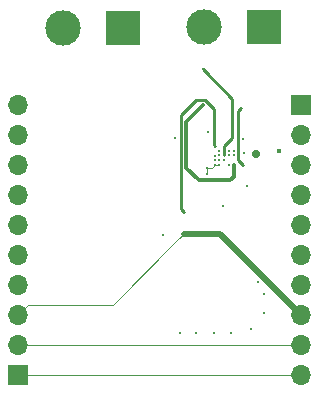
<source format=gbr>
G04 #@! TF.GenerationSoftware,KiCad,Pcbnew,5.1.1-8be2ce7~80~ubuntu18.10.1*
G04 #@! TF.CreationDate,2019-05-25T12:59:07+08:00*
G04 #@! TF.ProjectId,tas2562_dev_pcb,74617332-3536-4325-9f64-65765f706362,rev?*
G04 #@! TF.SameCoordinates,Original*
G04 #@! TF.FileFunction,Copper,L3,Inr*
G04 #@! TF.FilePolarity,Positive*
%FSLAX46Y46*%
G04 Gerber Fmt 4.6, Leading zero omitted, Abs format (unit mm)*
G04 Created by KiCad (PCBNEW 5.1.1-8be2ce7~80~ubuntu18.10.1) date 2019-05-25 12:59:07*
%MOMM*%
%LPD*%
G04 APERTURE LIST*
%ADD10O,1.700000X1.700000*%
%ADD11R,1.700000X1.700000*%
%ADD12R,3.000000X3.000000*%
%ADD13C,3.000000*%
%ADD14C,0.200000*%
%ADD15C,0.700000*%
%ADD16C,0.300000*%
%ADD17C,0.400000*%
%ADD18C,0.250000*%
%ADD19C,0.100000*%
%ADD20C,0.500000*%
%ADD21C,0.300000*%
G04 APERTURE END LIST*
D10*
X153517600Y-92710000D03*
X153517600Y-90170000D03*
X153517600Y-87630000D03*
X153517600Y-85090000D03*
X153517600Y-82550000D03*
X153517600Y-80010000D03*
X153517600Y-77470000D03*
X153517600Y-74930000D03*
X153517600Y-72390000D03*
D11*
X153517600Y-69850000D03*
X153517600Y-69850000D03*
D10*
X153517600Y-72390000D03*
X153517600Y-74930000D03*
X153517600Y-77470000D03*
X153517600Y-80010000D03*
X153517600Y-82550000D03*
X153517600Y-85090000D03*
X153517600Y-87630000D03*
X153517600Y-90170000D03*
X153517600Y-92710000D03*
D12*
X138430000Y-63347600D03*
D13*
X133350000Y-63347600D03*
D10*
X129540000Y-69850000D03*
X129540000Y-72390000D03*
X129540000Y-74930000D03*
X129540000Y-77470000D03*
X129540000Y-80010000D03*
X129540000Y-82550000D03*
X129540000Y-85090000D03*
X129540000Y-87630000D03*
X129540000Y-90170000D03*
D11*
X129540000Y-92710000D03*
D13*
X145288000Y-63246000D03*
D12*
X150368000Y-63246000D03*
D14*
X148919080Y-76703267D03*
X147430790Y-74158190D03*
X141859000Y-80873600D03*
D15*
X149723010Y-74041000D03*
D14*
X148674064Y-73983116D03*
X143588500Y-78945500D03*
X146218400Y-73345800D03*
X143611600Y-80797400D03*
X146240500Y-74168000D03*
X146618400Y-74145800D03*
X146618400Y-74145800D03*
X146618400Y-74145800D03*
X146618400Y-74145800D03*
X146618400Y-74145800D03*
X146618400Y-74145800D03*
X146218400Y-74945800D03*
X146618400Y-74945800D03*
X145605510Y-75183998D03*
X145542000Y-75755500D03*
X147818400Y-74145800D03*
X147018400Y-74145800D03*
D16*
X145224500Y-66865500D03*
D14*
X148590000Y-72771004D03*
D17*
X151701500Y-73787000D03*
D14*
X146618400Y-73745800D03*
X147818400Y-74945800D03*
D16*
X145224500Y-69913500D03*
D14*
X148584010Y-74945800D03*
X148463000Y-70152516D03*
X145669000Y-72199500D03*
X147827119Y-73752957D03*
X147018400Y-74545800D03*
X146218400Y-74545800D03*
X146618400Y-74545800D03*
X147418400Y-74945800D03*
D16*
X146939000Y-78456000D03*
X149860000Y-84836000D03*
X150382000Y-85866000D03*
X150382000Y-87528000D03*
X143256000Y-89154000D03*
X146177000Y-89154000D03*
X147574000Y-89154000D03*
X144653000Y-89154000D03*
X149274250Y-88885750D03*
D14*
X147418400Y-73745800D03*
D16*
X142905000Y-72644000D03*
D18*
X146157989Y-70197568D02*
X146157989Y-73285433D01*
X143330001Y-70728499D02*
X144625999Y-69432501D01*
X146157989Y-73285433D02*
X146218400Y-73345844D01*
X145392922Y-69432501D02*
X146157989Y-70197568D01*
X143330001Y-78687001D02*
X143330001Y-70728499D01*
X143588500Y-78945500D02*
X143330001Y-78687001D01*
X144625999Y-69432501D02*
X145392922Y-69432501D01*
D19*
X143055363Y-81353637D02*
X143611600Y-80797400D01*
X137628999Y-86780001D02*
X143055363Y-81353637D01*
X130389999Y-86780001D02*
X137628999Y-86780001D01*
X129540000Y-87630000D02*
X130389999Y-86780001D01*
D20*
X153517600Y-87630000D02*
X146685000Y-80797400D01*
X144411600Y-80797400D02*
X143611600Y-80797400D01*
X146685000Y-80797400D02*
X144411600Y-80797400D01*
D19*
X146618400Y-74945800D02*
X146218400Y-74945800D01*
X145980202Y-75183998D02*
X145746931Y-75183998D01*
X145746931Y-75183998D02*
X145605510Y-75183998D01*
X146218400Y-74945800D02*
X145980202Y-75183998D01*
X145605510Y-75691990D02*
X145542000Y-75755500D01*
X145605510Y-75183998D02*
X145605510Y-75691990D01*
X153517600Y-90170000D02*
X129540000Y-90170000D01*
D18*
X145374499Y-67015499D02*
X145224500Y-66865500D01*
X147701000Y-72644000D02*
X147701000Y-69342000D01*
X147018400Y-74145800D02*
X147018400Y-73326600D01*
X147701000Y-69342000D02*
X145374499Y-67015499D01*
X147018400Y-73326600D02*
X147701000Y-72644000D01*
D19*
X130490000Y-92710000D02*
X153517600Y-92710000D01*
X129540000Y-92710000D02*
X130490000Y-92710000D01*
D21*
X147818400Y-74945800D02*
X147818400Y-75955600D01*
X143827500Y-75184000D02*
X143827500Y-71310500D01*
X144862501Y-76219001D02*
X143827500Y-75184000D01*
X144668263Y-70469737D02*
X145224500Y-69913500D01*
X143827500Y-71310500D02*
X144668263Y-70469737D01*
X147554999Y-76219001D02*
X144862501Y-76219001D01*
X147818400Y-75955600D02*
X147554999Y-76219001D01*
D18*
X148214986Y-70400530D02*
X148363001Y-70252515D01*
X148363001Y-70252515D02*
X148463000Y-70152516D01*
X148214986Y-74576776D02*
X148214986Y-70400530D01*
X148584010Y-74945800D02*
X148214986Y-74576776D01*
M02*

</source>
